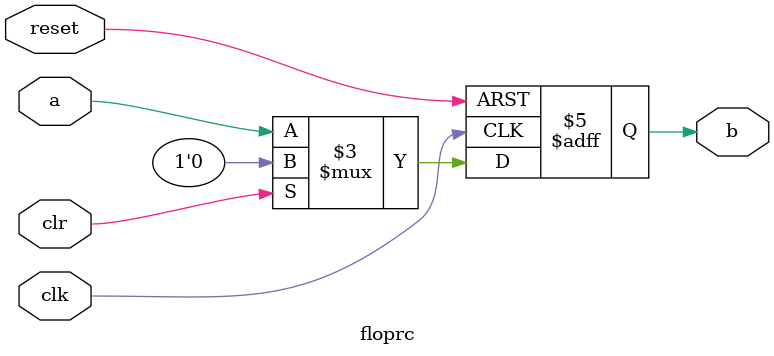
<source format=sv>
`timescale 1ns / 1ps


module floprc
#(parameter width = 1)
(
    input [width - 1 : 0] a,
    output logic [width - 1 : 0] b,
    input clk,
    input reset,
    input clr
    );
    always@(posedge clk, posedge reset)
        if(reset) b <= 0;
        else if(clr) b <= 0;
        else b <= a;
endmodule

</source>
